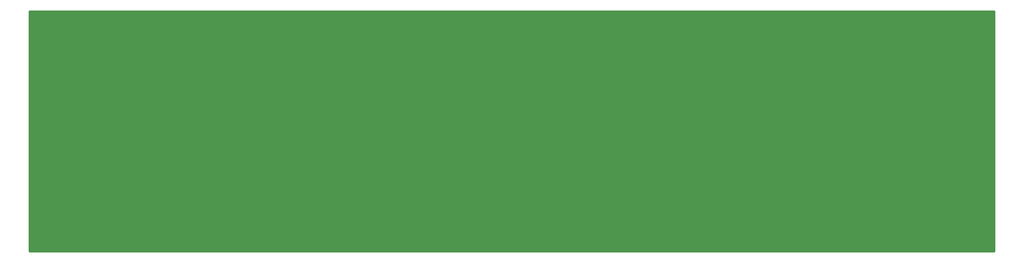
<source format=gbr>
%TF.GenerationSoftware,KiCad,Pcbnew,7.0.8-7.0.8~ubuntu22.04.1*%
%TF.CreationDate,2023-10-11T13:02:26-03:00*%
%TF.ProjectId,combinador,636f6d62-696e-4616-946f-722e6b696361,rev?*%
%TF.SameCoordinates,Original*%
%TF.FileFunction,Copper,L2,Bot*%
%TF.FilePolarity,Positive*%
%FSLAX46Y46*%
G04 Gerber Fmt 4.6, Leading zero omitted, Abs format (unit mm)*
G04 Created by KiCad (PCBNEW 7.0.8-7.0.8~ubuntu22.04.1) date 2023-10-11 13:02:26*
%MOMM*%
%LPD*%
G01*
G04 APERTURE LIST*
%TA.AperFunction,SMDPad,CuDef*%
%ADD10R,4.750000X1.000000*%
%TD*%
%TA.AperFunction,SMDPad,CuDef*%
%ADD11R,1.000000X4.750000*%
%TD*%
%TA.AperFunction,ViaPad*%
%ADD12C,1.300000*%
%TD*%
G04 APERTURE END LIST*
D10*
%TO.P,J6,2,Ext*%
%TO.N,GND*%
X207380000Y-95160000D03*
X207380000Y-86840000D03*
%TD*%
D11*
%TO.P,J3,2,Ext*%
%TO.N,GND*%
X150815000Y-110000000D03*
X159135000Y-110000000D03*
%TD*%
%TO.P,J2,2,Ext*%
%TO.N,GND*%
X122640000Y-110000000D03*
X130960000Y-110000000D03*
%TD*%
%TO.P,J5,2,Ext*%
%TO.N,GND*%
X194120000Y-110000000D03*
X202440000Y-110000000D03*
%TD*%
D10*
%TO.P,J1,2,Ext*%
%TO.N,GND*%
X72350000Y-86840000D03*
X72350000Y-95160000D03*
%TD*%
D11*
%TO.P,J4,2,Ext*%
%TO.N,GND*%
X172965000Y-110000000D03*
X181285000Y-110000000D03*
%TD*%
D12*
%TO.N,GND*%
X186150000Y-105575000D03*
X79200000Y-97400000D03*
X164000000Y-105675000D03*
X85000000Y-97275000D03*
X135800000Y-105675000D03*
X99200000Y-105475000D03*
%TD*%
%TA.AperFunction,Conductor*%
%TO.N,GND*%
G36*
X209786338Y-77484396D02*
G01*
X209815237Y-77495838D01*
X209840384Y-77514108D01*
X209860197Y-77538057D01*
X209873431Y-77566182D01*
X209879255Y-77596714D01*
X209879500Y-77604500D01*
X209879500Y-112355500D01*
X209875604Y-112386338D01*
X209864162Y-112415237D01*
X209845892Y-112440384D01*
X209821943Y-112460197D01*
X209793818Y-112473431D01*
X209763286Y-112479255D01*
X209755500Y-112479500D01*
X70004500Y-112479500D01*
X69973662Y-112475604D01*
X69944763Y-112464162D01*
X69919616Y-112445892D01*
X69899803Y-112421943D01*
X69886569Y-112393818D01*
X69880745Y-112363286D01*
X69880500Y-112355500D01*
X69880500Y-77604500D01*
X69884396Y-77573662D01*
X69895838Y-77544763D01*
X69914108Y-77519616D01*
X69938057Y-77499803D01*
X69966182Y-77486569D01*
X69996714Y-77480745D01*
X70004500Y-77480500D01*
X209755500Y-77480500D01*
X209786338Y-77484396D01*
G37*
%TD.AperFunction*%
%TD*%
M02*

</source>
